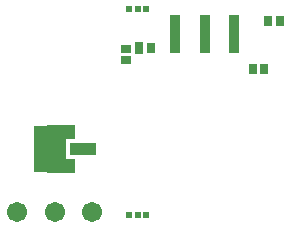
<source format=gts>
G04*
G04 #@! TF.GenerationSoftware,Altium Limited,Altium Designer,19.1.7 (138)*
G04*
G04 Layer_Color=8388736*
%FSAX25Y25*%
%MOIN*%
G70*
G01*
G75*
%ADD22R,0.10591X0.15748*%
%ADD23R,0.03162X0.03753*%
%ADD24R,0.03162X0.03320*%
%ADD25R,0.03320X0.03162*%
%ADD26R,0.03044X0.03871*%
%ADD27R,0.03044X0.03753*%
%ADD28R,0.03753X0.13005*%
%ADD29R,0.09461X0.04934*%
%ADD30R,0.08674X0.03871*%
%ADD31C,0.02375*%
%ADD32C,0.06706*%
D22*
X0420492Y0292736D02*
D03*
D23*
X0487992Y0319587D02*
D03*
D24*
X0491772D02*
D03*
X0496850Y0335531D02*
D03*
X0493071D02*
D03*
D25*
X0445827Y0326201D02*
D03*
Y0322421D02*
D03*
D26*
X0450157Y0326555D02*
D03*
D27*
X0453858D02*
D03*
D28*
X0462047Y0331004D02*
D03*
X0471890D02*
D03*
X0481732D02*
D03*
D29*
X0423969Y0286929D02*
D03*
Y0298543D02*
D03*
D30*
X0431449Y0292736D02*
D03*
D31*
X0446614Y0339508D02*
D03*
X0449528Y0339508D02*
D03*
X0452480D02*
D03*
X0452480Y0270610D02*
D03*
X0449528D02*
D03*
X0446575D02*
D03*
D32*
X0409331Y0271673D02*
D03*
X0421890Y0271634D02*
D03*
X0434449Y0271595D02*
D03*
M02*

</source>
